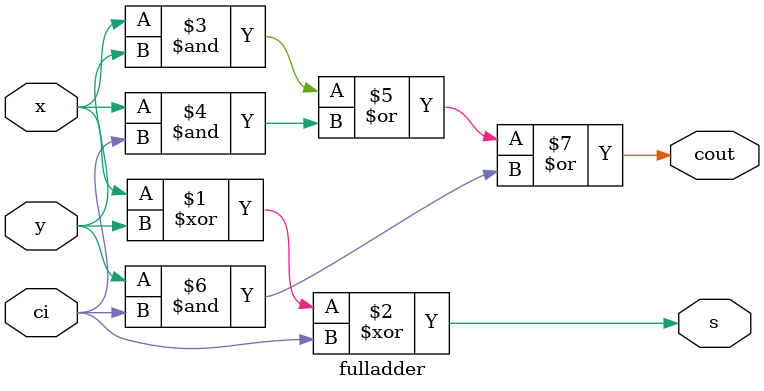
<source format=v>
module fulladder(x,y,ci,s,cout);
input x,y,ci;
output s,cout;
assign s =x^y^ci;
assign cout =(x&y)|(x&ci)|(y&ci);
endmodule
</source>
